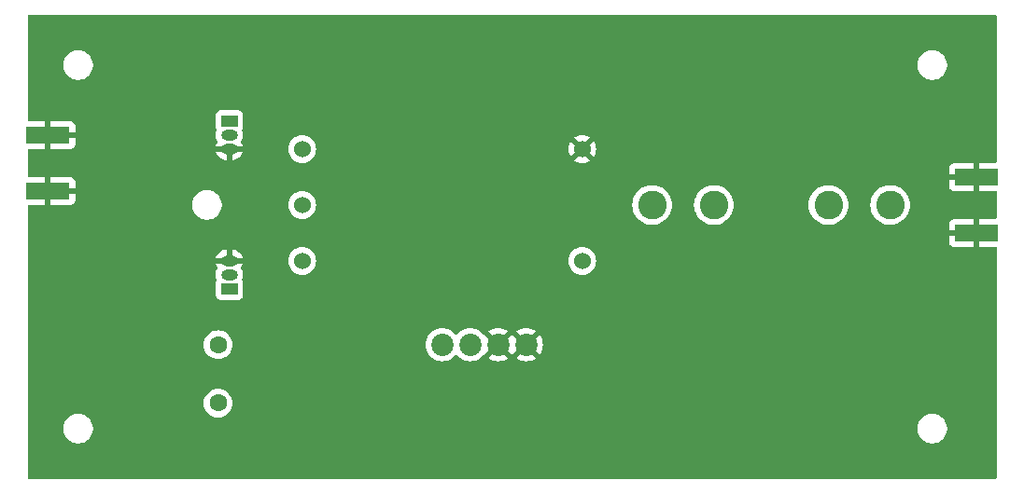
<source format=gbr>
G04 #@! TF.GenerationSoftware,KiCad,Pcbnew,8.0.4*
G04 #@! TF.CreationDate,2024-08-21T10:00:44-07:00*
G04 #@! TF.ProjectId,PA,50412e6b-6963-4616-945f-706362585858,rev?*
G04 #@! TF.SameCoordinates,Original*
G04 #@! TF.FileFunction,Copper,L2,Bot*
G04 #@! TF.FilePolarity,Positive*
%FSLAX46Y46*%
G04 Gerber Fmt 4.6, Leading zero omitted, Abs format (unit mm)*
G04 Created by KiCad (PCBNEW 8.0.4) date 2024-08-21 10:00:44*
%MOMM*%
%LPD*%
G01*
G04 APERTURE LIST*
G04 #@! TA.AperFunction,SMDPad,CuDef*
%ADD10R,4.000000X1.500000*%
G04 #@! TD*
G04 #@! TA.AperFunction,ComponentPad*
%ADD11R,1.500000X1.000000*%
G04 #@! TD*
G04 #@! TA.AperFunction,ComponentPad*
%ADD12O,1.500000X1.000000*%
G04 #@! TD*
G04 #@! TA.AperFunction,ComponentPad*
%ADD13C,1.524000*%
G04 #@! TD*
G04 #@! TA.AperFunction,ComponentPad*
%ADD14C,2.020000*%
G04 #@! TD*
G04 #@! TA.AperFunction,ComponentPad*
%ADD15C,2.600000*%
G04 #@! TD*
G04 #@! TA.AperFunction,ComponentPad*
%ADD16C,1.600000*%
G04 #@! TD*
G04 #@! TA.AperFunction,ViaPad*
%ADD17C,0.600000*%
G04 #@! TD*
G04 APERTURE END LIST*
D10*
X249137150Y-91440000D03*
X249137150Y-96520000D03*
D11*
X181356000Y-86360000D03*
D12*
X181356000Y-87630000D03*
X181356000Y-88900000D03*
D11*
X181356000Y-101600000D03*
D12*
X181356000Y-100330000D03*
X181356000Y-99060000D03*
D13*
X187960000Y-88900000D03*
X187960000Y-93980000D03*
X187960000Y-99060000D03*
X213360000Y-88900000D03*
X213360000Y-99060000D03*
D14*
X200660000Y-106680000D03*
X203200000Y-106680000D03*
X205740000Y-106680000D03*
X208280000Y-106680000D03*
D15*
X219710000Y-93980000D03*
X225310000Y-93980000D03*
X235700000Y-93980000D03*
X241300000Y-93980000D03*
D16*
X180340000Y-111980000D03*
X180340000Y-106680000D03*
D10*
X164882850Y-92710000D03*
X164882850Y-87630000D03*
D17*
X187960000Y-104140000D03*
X182880000Y-104140000D03*
X177800000Y-104140000D03*
X208280000Y-91440000D03*
X182880000Y-114808000D03*
X208280000Y-81280000D03*
X218440000Y-109220000D03*
X203200000Y-101600000D03*
X198120000Y-106680000D03*
X228600000Y-99060000D03*
X243840000Y-88900000D03*
X208280000Y-114808000D03*
X213360000Y-81280000D03*
X233680000Y-114808000D03*
X233680000Y-109220000D03*
X172720000Y-81280000D03*
X248920000Y-109220000D03*
X233680000Y-81280000D03*
X233680000Y-85852000D03*
X198120000Y-85852000D03*
X218440000Y-114808000D03*
X178308000Y-97028000D03*
X198120000Y-101600000D03*
X213360000Y-109220000D03*
X178308000Y-90424000D03*
X231140000Y-90424000D03*
X198120000Y-81280000D03*
X226060000Y-109220000D03*
X226060000Y-104140000D03*
X193040000Y-101600000D03*
X208280000Y-101600000D03*
X208280000Y-85852000D03*
X203200000Y-85852000D03*
X213360000Y-93980000D03*
X198120000Y-96520000D03*
X193040000Y-114808000D03*
X198120000Y-114808000D03*
X238760000Y-114808000D03*
X218440000Y-104140000D03*
X177800000Y-81280000D03*
X213360000Y-104140000D03*
X248920000Y-88900000D03*
X228600000Y-114808000D03*
X208280000Y-96520000D03*
X182880000Y-81280000D03*
X238760000Y-85852000D03*
X193040000Y-96520000D03*
X203200000Y-114808000D03*
X213360000Y-114808000D03*
X218440000Y-85852000D03*
X203200000Y-81280000D03*
X198120000Y-91440000D03*
X233680000Y-99060000D03*
X172720000Y-114808000D03*
X248920000Y-104140000D03*
X167640000Y-99060000D03*
X228600000Y-85852000D03*
X193040000Y-91440000D03*
X248920000Y-99060000D03*
X223520000Y-114808000D03*
X193040000Y-85852000D03*
X242824000Y-109220000D03*
X228600000Y-81280000D03*
X203200000Y-91440000D03*
X187960000Y-81280000D03*
X183896000Y-93980000D03*
X177800000Y-114808000D03*
X223520000Y-81280000D03*
X203200000Y-96520000D03*
X187960000Y-114808000D03*
X170688000Y-91440000D03*
X238760000Y-81280000D03*
X218440000Y-81280000D03*
X223520000Y-85852000D03*
X172720000Y-85852000D03*
X193040000Y-81280000D03*
X243840000Y-99060000D03*
G04 #@! TA.AperFunction,Conductor*
G36*
X250895039Y-76727685D02*
G01*
X250940794Y-76780489D01*
X250952000Y-76832000D01*
X250952000Y-90066000D01*
X250932315Y-90133039D01*
X250879511Y-90178794D01*
X250828000Y-90190000D01*
X249387150Y-90190000D01*
X249387150Y-92690000D01*
X250828000Y-92690000D01*
X250895039Y-92709685D01*
X250940794Y-92762489D01*
X250952000Y-92814000D01*
X250952000Y-95146000D01*
X250932315Y-95213039D01*
X250879511Y-95258794D01*
X250828000Y-95270000D01*
X249387150Y-95270000D01*
X249387150Y-97770000D01*
X250828000Y-97770000D01*
X250895039Y-97789685D01*
X250940794Y-97842489D01*
X250952000Y-97894000D01*
X250952000Y-118748000D01*
X250932315Y-118815039D01*
X250879511Y-118860794D01*
X250828000Y-118872000D01*
X163192000Y-118872000D01*
X163124961Y-118852315D01*
X163079206Y-118799511D01*
X163068000Y-118748000D01*
X163068000Y-114193713D01*
X166289500Y-114193713D01*
X166289500Y-114406286D01*
X166322753Y-114616239D01*
X166388444Y-114818414D01*
X166484951Y-115007820D01*
X166609890Y-115179786D01*
X166760213Y-115330109D01*
X166932179Y-115455048D01*
X166932181Y-115455049D01*
X166932184Y-115455051D01*
X167121588Y-115551557D01*
X167323757Y-115617246D01*
X167533713Y-115650500D01*
X167533714Y-115650500D01*
X167746286Y-115650500D01*
X167746287Y-115650500D01*
X167956243Y-115617246D01*
X168158412Y-115551557D01*
X168347816Y-115455051D01*
X168369789Y-115439086D01*
X168519786Y-115330109D01*
X168519788Y-115330106D01*
X168519792Y-115330104D01*
X168670104Y-115179792D01*
X168670106Y-115179788D01*
X168670109Y-115179786D01*
X168795048Y-115007820D01*
X168795047Y-115007820D01*
X168795051Y-115007816D01*
X168891557Y-114818412D01*
X168957246Y-114616243D01*
X168990500Y-114406287D01*
X168990500Y-114193713D01*
X243759500Y-114193713D01*
X243759500Y-114406286D01*
X243792753Y-114616239D01*
X243858444Y-114818414D01*
X243954951Y-115007820D01*
X244079890Y-115179786D01*
X244230213Y-115330109D01*
X244402179Y-115455048D01*
X244402181Y-115455049D01*
X244402184Y-115455051D01*
X244591588Y-115551557D01*
X244793757Y-115617246D01*
X245003713Y-115650500D01*
X245003714Y-115650500D01*
X245216286Y-115650500D01*
X245216287Y-115650500D01*
X245426243Y-115617246D01*
X245628412Y-115551557D01*
X245817816Y-115455051D01*
X245839789Y-115439086D01*
X245989786Y-115330109D01*
X245989788Y-115330106D01*
X245989792Y-115330104D01*
X246140104Y-115179792D01*
X246140106Y-115179788D01*
X246140109Y-115179786D01*
X246265048Y-115007820D01*
X246265047Y-115007820D01*
X246265051Y-115007816D01*
X246361557Y-114818412D01*
X246427246Y-114616243D01*
X246460500Y-114406287D01*
X246460500Y-114193713D01*
X246427246Y-113983757D01*
X246361557Y-113781588D01*
X246265051Y-113592184D01*
X246265049Y-113592181D01*
X246265048Y-113592179D01*
X246140109Y-113420213D01*
X245989786Y-113269890D01*
X245817820Y-113144951D01*
X245628414Y-113048444D01*
X245628413Y-113048443D01*
X245628412Y-113048443D01*
X245426243Y-112982754D01*
X245426241Y-112982753D01*
X245426240Y-112982753D01*
X245264957Y-112957208D01*
X245216287Y-112949500D01*
X245003713Y-112949500D01*
X244955042Y-112957208D01*
X244793760Y-112982753D01*
X244591585Y-113048444D01*
X244402179Y-113144951D01*
X244230213Y-113269890D01*
X244079890Y-113420213D01*
X243954951Y-113592179D01*
X243858444Y-113781585D01*
X243792753Y-113983760D01*
X243759500Y-114193713D01*
X168990500Y-114193713D01*
X168957246Y-113983757D01*
X168891557Y-113781588D01*
X168795051Y-113592184D01*
X168795049Y-113592181D01*
X168795048Y-113592179D01*
X168670109Y-113420213D01*
X168519786Y-113269890D01*
X168347820Y-113144951D01*
X168158414Y-113048444D01*
X168158413Y-113048443D01*
X168158412Y-113048443D01*
X167956243Y-112982754D01*
X167956241Y-112982753D01*
X167956240Y-112982753D01*
X167794957Y-112957208D01*
X167746287Y-112949500D01*
X167533713Y-112949500D01*
X167485042Y-112957208D01*
X167323760Y-112982753D01*
X167121585Y-113048444D01*
X166932179Y-113144951D01*
X166760213Y-113269890D01*
X166609890Y-113420213D01*
X166484951Y-113592179D01*
X166388444Y-113781585D01*
X166322753Y-113983760D01*
X166289500Y-114193713D01*
X163068000Y-114193713D01*
X163068000Y-111979998D01*
X179034532Y-111979998D01*
X179034532Y-111980001D01*
X179054364Y-112206686D01*
X179054366Y-112206697D01*
X179113258Y-112426488D01*
X179113261Y-112426497D01*
X179209431Y-112632732D01*
X179209432Y-112632734D01*
X179339954Y-112819141D01*
X179500858Y-112980045D01*
X179504727Y-112982754D01*
X179687266Y-113110568D01*
X179893504Y-113206739D01*
X180113308Y-113265635D01*
X180275230Y-113279801D01*
X180339998Y-113285468D01*
X180340000Y-113285468D01*
X180340002Y-113285468D01*
X180396673Y-113280509D01*
X180566692Y-113265635D01*
X180786496Y-113206739D01*
X180992734Y-113110568D01*
X181179139Y-112980047D01*
X181340047Y-112819139D01*
X181470568Y-112632734D01*
X181566739Y-112426496D01*
X181625635Y-112206692D01*
X181645468Y-111980000D01*
X181625635Y-111753308D01*
X181566739Y-111533504D01*
X181470568Y-111327266D01*
X181340047Y-111140861D01*
X181340045Y-111140858D01*
X181179141Y-110979954D01*
X180992734Y-110849432D01*
X180992732Y-110849431D01*
X180786497Y-110753261D01*
X180786488Y-110753258D01*
X180566697Y-110694366D01*
X180566693Y-110694365D01*
X180566692Y-110694365D01*
X180566691Y-110694364D01*
X180566686Y-110694364D01*
X180340002Y-110674532D01*
X180339998Y-110674532D01*
X180113313Y-110694364D01*
X180113302Y-110694366D01*
X179893511Y-110753258D01*
X179893502Y-110753261D01*
X179687267Y-110849431D01*
X179687265Y-110849432D01*
X179500858Y-110979954D01*
X179339954Y-111140858D01*
X179209432Y-111327265D01*
X179209431Y-111327267D01*
X179113261Y-111533502D01*
X179113258Y-111533511D01*
X179054366Y-111753302D01*
X179054364Y-111753313D01*
X179034532Y-111979998D01*
X163068000Y-111979998D01*
X163068000Y-106679998D01*
X179034532Y-106679998D01*
X179034532Y-106680001D01*
X179054364Y-106906686D01*
X179054366Y-106906697D01*
X179113258Y-107126488D01*
X179113261Y-107126497D01*
X179209431Y-107332732D01*
X179209432Y-107332734D01*
X179339954Y-107519141D01*
X179500858Y-107680045D01*
X179500861Y-107680047D01*
X179687266Y-107810568D01*
X179893504Y-107906739D01*
X179893509Y-107906740D01*
X179893511Y-107906741D01*
X179946415Y-107920916D01*
X180113308Y-107965635D01*
X180275230Y-107979801D01*
X180339998Y-107985468D01*
X180340000Y-107985468D01*
X180340002Y-107985468D01*
X180396673Y-107980509D01*
X180566692Y-107965635D01*
X180786496Y-107906739D01*
X180992734Y-107810568D01*
X181179139Y-107680047D01*
X181340047Y-107519139D01*
X181470568Y-107332734D01*
X181566739Y-107126496D01*
X181625635Y-106906692D01*
X181645468Y-106680000D01*
X199144829Y-106680000D01*
X199163482Y-106917020D01*
X199163482Y-106917023D01*
X199163483Y-106917025D01*
X199218987Y-107148214D01*
X199218988Y-107148216D01*
X199309972Y-107367873D01*
X199434199Y-107570592D01*
X199434202Y-107570597D01*
X199483147Y-107627904D01*
X199588612Y-107751388D01*
X199704337Y-107850226D01*
X199769402Y-107905797D01*
X199769404Y-107905798D01*
X199769405Y-107905799D01*
X199780187Y-107912406D01*
X199972126Y-108030027D01*
X200049786Y-108062194D01*
X200191786Y-108121013D01*
X200422975Y-108176517D01*
X200660000Y-108195171D01*
X200897025Y-108176517D01*
X201128214Y-108121013D01*
X201347873Y-108030027D01*
X201550595Y-107905799D01*
X201731388Y-107751388D01*
X201835710Y-107629242D01*
X201894217Y-107591049D01*
X201964084Y-107590550D01*
X202023131Y-107627904D01*
X202024290Y-107629242D01*
X202128612Y-107751388D01*
X202244337Y-107850226D01*
X202309402Y-107905797D01*
X202309404Y-107905798D01*
X202309405Y-107905799D01*
X202320187Y-107912406D01*
X202512126Y-108030027D01*
X202589786Y-108062194D01*
X202731786Y-108121013D01*
X202962975Y-108176517D01*
X203200000Y-108195171D01*
X203437025Y-108176517D01*
X203668214Y-108121013D01*
X203887873Y-108030027D01*
X204090595Y-107905799D01*
X204271388Y-107751388D01*
X204399372Y-107601536D01*
X204457877Y-107563345D01*
X204507447Y-107558998D01*
X205248871Y-106817574D01*
X205264755Y-106876853D01*
X205331898Y-106993147D01*
X205426853Y-107088102D01*
X205543147Y-107155245D01*
X205602424Y-107171128D01*
X204861145Y-107912406D01*
X205052355Y-108029580D01*
X205052358Y-108029582D01*
X205271944Y-108120537D01*
X205503057Y-108176021D01*
X205503056Y-108176021D01*
X205740000Y-108194668D01*
X205976943Y-108176021D01*
X206208055Y-108120537D01*
X206427641Y-108029582D01*
X206427644Y-108029580D01*
X206618853Y-107912406D01*
X205877575Y-107171127D01*
X205936853Y-107155245D01*
X206053147Y-107088102D01*
X206148102Y-106993147D01*
X206215245Y-106876853D01*
X206231128Y-106817575D01*
X206972406Y-107558853D01*
X206995424Y-107556129D01*
X207024574Y-107556129D01*
X207047591Y-107558853D01*
X207788871Y-106817574D01*
X207804755Y-106876853D01*
X207871898Y-106993147D01*
X207966853Y-107088102D01*
X208083147Y-107155245D01*
X208142424Y-107171128D01*
X207401145Y-107912406D01*
X207592355Y-108029580D01*
X207592358Y-108029582D01*
X207811944Y-108120537D01*
X208043057Y-108176021D01*
X208043056Y-108176021D01*
X208280000Y-108194668D01*
X208516943Y-108176021D01*
X208748055Y-108120537D01*
X208967641Y-108029582D01*
X208967644Y-108029580D01*
X209158853Y-107912406D01*
X208417575Y-107171127D01*
X208476853Y-107155245D01*
X208593147Y-107088102D01*
X208688102Y-106993147D01*
X208755245Y-106876853D01*
X208771128Y-106817575D01*
X209512406Y-107558853D01*
X209629580Y-107367644D01*
X209629582Y-107367641D01*
X209720537Y-107148055D01*
X209776021Y-106916943D01*
X209794668Y-106680000D01*
X209776021Y-106443056D01*
X209720537Y-106211944D01*
X209629582Y-105992358D01*
X209629580Y-105992355D01*
X209512406Y-105801145D01*
X208771127Y-106542423D01*
X208755245Y-106483147D01*
X208688102Y-106366853D01*
X208593147Y-106271898D01*
X208476853Y-106204755D01*
X208417574Y-106188871D01*
X209158853Y-105447592D01*
X208967644Y-105330419D01*
X208967641Y-105330417D01*
X208748055Y-105239462D01*
X208516942Y-105183978D01*
X208516943Y-105183978D01*
X208280000Y-105165331D01*
X208043056Y-105183978D01*
X207811944Y-105239462D01*
X207592366Y-105330414D01*
X207592357Y-105330419D01*
X207401145Y-105447592D01*
X208142425Y-106188871D01*
X208083147Y-106204755D01*
X207966853Y-106271898D01*
X207871898Y-106366853D01*
X207804755Y-106483147D01*
X207788871Y-106542424D01*
X207047592Y-105801145D01*
X207024573Y-105803870D01*
X206995425Y-105803870D01*
X206972406Y-105801145D01*
X206231127Y-106542423D01*
X206215245Y-106483147D01*
X206148102Y-106366853D01*
X206053147Y-106271898D01*
X205936853Y-106204755D01*
X205877574Y-106188871D01*
X206618853Y-105447592D01*
X206427644Y-105330419D01*
X206427641Y-105330417D01*
X206208055Y-105239462D01*
X205976942Y-105183978D01*
X205976943Y-105183978D01*
X205740000Y-105165331D01*
X205503056Y-105183978D01*
X205271944Y-105239462D01*
X205052366Y-105330414D01*
X205052357Y-105330419D01*
X204861145Y-105447592D01*
X205602425Y-106188871D01*
X205543147Y-106204755D01*
X205426853Y-106271898D01*
X205331898Y-106366853D01*
X205264755Y-106483147D01*
X205248871Y-106542424D01*
X204507370Y-105800923D01*
X204439347Y-105789401D01*
X204399371Y-105758461D01*
X204354807Y-105706284D01*
X204271388Y-105608612D01*
X204172548Y-105524195D01*
X204090597Y-105454202D01*
X204090592Y-105454199D01*
X203887873Y-105329972D01*
X203700383Y-105252312D01*
X203668214Y-105238987D01*
X203437025Y-105183483D01*
X203437023Y-105183482D01*
X203437020Y-105183482D01*
X203200000Y-105164829D01*
X202962979Y-105183482D01*
X202962975Y-105183483D01*
X202731786Y-105238987D01*
X202731784Y-105238987D01*
X202731783Y-105238988D01*
X202512126Y-105329972D01*
X202309407Y-105454199D01*
X202309402Y-105454202D01*
X202128612Y-105608612D01*
X202024290Y-105730757D01*
X201965783Y-105768950D01*
X201895915Y-105769448D01*
X201836869Y-105732094D01*
X201835710Y-105730757D01*
X201787429Y-105674228D01*
X201731388Y-105608612D01*
X201632548Y-105524195D01*
X201550597Y-105454202D01*
X201550592Y-105454199D01*
X201347873Y-105329972D01*
X201160383Y-105252312D01*
X201128214Y-105238987D01*
X200897025Y-105183483D01*
X200897023Y-105183482D01*
X200897020Y-105183482D01*
X200660000Y-105164829D01*
X200422979Y-105183482D01*
X200422975Y-105183483D01*
X200191786Y-105238987D01*
X200191784Y-105238987D01*
X200191783Y-105238988D01*
X199972126Y-105329972D01*
X199769407Y-105454199D01*
X199769402Y-105454202D01*
X199588612Y-105608612D01*
X199434204Y-105789401D01*
X199434199Y-105789407D01*
X199309972Y-105992126D01*
X199236295Y-106170000D01*
X199218987Y-106211786D01*
X199213773Y-106233504D01*
X199163482Y-106442979D01*
X199144829Y-106680000D01*
X181645468Y-106680000D01*
X181625635Y-106453308D01*
X181566739Y-106233504D01*
X181470568Y-106027266D01*
X181340047Y-105840861D01*
X181340045Y-105840858D01*
X181179141Y-105679954D01*
X180992734Y-105549432D01*
X180992732Y-105549431D01*
X180786497Y-105453261D01*
X180786488Y-105453258D01*
X180566697Y-105394366D01*
X180566693Y-105394365D01*
X180566692Y-105394365D01*
X180566691Y-105394364D01*
X180566686Y-105394364D01*
X180340002Y-105374532D01*
X180339998Y-105374532D01*
X180113313Y-105394364D01*
X180113302Y-105394366D01*
X179893511Y-105453258D01*
X179893502Y-105453261D01*
X179687267Y-105549431D01*
X179687265Y-105549432D01*
X179500858Y-105679954D01*
X179339954Y-105840858D01*
X179209432Y-106027265D01*
X179209431Y-106027267D01*
X179113261Y-106233502D01*
X179113258Y-106233511D01*
X179054366Y-106453302D01*
X179054364Y-106453313D01*
X179034532Y-106679998D01*
X163068000Y-106679998D01*
X163068000Y-100428543D01*
X180105499Y-100428543D01*
X180143947Y-100621828D01*
X180143949Y-100621836D01*
X180186318Y-100724124D01*
X180193787Y-100793593D01*
X180171026Y-100845884D01*
X180162203Y-100857670D01*
X180162202Y-100857671D01*
X180111908Y-100992517D01*
X180105501Y-101052116D01*
X180105501Y-101052123D01*
X180105500Y-101052135D01*
X180105500Y-102147870D01*
X180105501Y-102147876D01*
X180111908Y-102207483D01*
X180162202Y-102342328D01*
X180162206Y-102342335D01*
X180248452Y-102457544D01*
X180248455Y-102457547D01*
X180363664Y-102543793D01*
X180363671Y-102543797D01*
X180498517Y-102594091D01*
X180498516Y-102594091D01*
X180505444Y-102594835D01*
X180558127Y-102600500D01*
X182153872Y-102600499D01*
X182213483Y-102594091D01*
X182348331Y-102543796D01*
X182463546Y-102457546D01*
X182549796Y-102342331D01*
X182600091Y-102207483D01*
X182606500Y-102147873D01*
X182606499Y-101052128D01*
X182600091Y-100992517D01*
X182549796Y-100857669D01*
X182540975Y-100845886D01*
X182516558Y-100780423D01*
X182525679Y-100724128D01*
X182568051Y-100621835D01*
X182606500Y-100428541D01*
X182606500Y-100231459D01*
X182606500Y-100231456D01*
X182568052Y-100038170D01*
X182568051Y-100038169D01*
X182568051Y-100038165D01*
X182565010Y-100030824D01*
X182492635Y-99856092D01*
X182492628Y-99856079D01*
X182430728Y-99763440D01*
X182409850Y-99696763D01*
X182428334Y-99629383D01*
X182430729Y-99625657D01*
X182492189Y-99533676D01*
X182492191Y-99533673D01*
X182567569Y-99351692D01*
X182567569Y-99351690D01*
X182575862Y-99310000D01*
X181471057Y-99310000D01*
X181511775Y-99293134D01*
X181589134Y-99215775D01*
X181631000Y-99114701D01*
X181631000Y-99059997D01*
X186692677Y-99059997D01*
X186692677Y-99060002D01*
X186711929Y-99280062D01*
X186711930Y-99280070D01*
X186769104Y-99493445D01*
X186769105Y-99493447D01*
X186769106Y-99493450D01*
X186861793Y-99692218D01*
X186862466Y-99693662D01*
X186862468Y-99693666D01*
X186989170Y-99874615D01*
X186989175Y-99874621D01*
X187145378Y-100030824D01*
X187145384Y-100030829D01*
X187326333Y-100157531D01*
X187326335Y-100157532D01*
X187326338Y-100157534D01*
X187526550Y-100250894D01*
X187739932Y-100308070D01*
X187897123Y-100321822D01*
X187959998Y-100327323D01*
X187960000Y-100327323D01*
X187960002Y-100327323D01*
X188015017Y-100322509D01*
X188180068Y-100308070D01*
X188393450Y-100250894D01*
X188593662Y-100157534D01*
X188774620Y-100030826D01*
X188930826Y-99874620D01*
X189057534Y-99693662D01*
X189150894Y-99493450D01*
X189208070Y-99280068D01*
X189227323Y-99060000D01*
X189227323Y-99059997D01*
X212092677Y-99059997D01*
X212092677Y-99060002D01*
X212111929Y-99280062D01*
X212111930Y-99280070D01*
X212169104Y-99493445D01*
X212169105Y-99493447D01*
X212169106Y-99493450D01*
X212261793Y-99692218D01*
X212262466Y-99693662D01*
X212262468Y-99693666D01*
X212389170Y-99874615D01*
X212389175Y-99874621D01*
X212545378Y-100030824D01*
X212545384Y-100030829D01*
X212726333Y-100157531D01*
X212726335Y-100157532D01*
X212726338Y-100157534D01*
X212926550Y-100250894D01*
X213139932Y-100308070D01*
X213297123Y-100321822D01*
X213359998Y-100327323D01*
X213360000Y-100327323D01*
X213360002Y-100327323D01*
X213415017Y-100322509D01*
X213580068Y-100308070D01*
X213793450Y-100250894D01*
X213993662Y-100157534D01*
X214174620Y-100030826D01*
X214330826Y-99874620D01*
X214457534Y-99693662D01*
X214550894Y-99493450D01*
X214608070Y-99280068D01*
X214627323Y-99060000D01*
X214608070Y-98839932D01*
X214550894Y-98626550D01*
X214457534Y-98426339D01*
X214394180Y-98335859D01*
X214330827Y-98245381D01*
X214259253Y-98173807D01*
X214174620Y-98089174D01*
X214174616Y-98089171D01*
X214174615Y-98089170D01*
X213993666Y-97962468D01*
X213993662Y-97962466D01*
X213993660Y-97962465D01*
X213793450Y-97869106D01*
X213793447Y-97869105D01*
X213793445Y-97869104D01*
X213580070Y-97811930D01*
X213580062Y-97811929D01*
X213360002Y-97792677D01*
X213359998Y-97792677D01*
X213139937Y-97811929D01*
X213139929Y-97811930D01*
X212926554Y-97869104D01*
X212926548Y-97869107D01*
X212726340Y-97962465D01*
X212726338Y-97962466D01*
X212545377Y-98089175D01*
X212389175Y-98245377D01*
X212262466Y-98426338D01*
X212262465Y-98426340D01*
X212169107Y-98626548D01*
X212169104Y-98626554D01*
X212111930Y-98839929D01*
X212111929Y-98839937D01*
X212092677Y-99059997D01*
X189227323Y-99059997D01*
X189208070Y-98839932D01*
X189150894Y-98626550D01*
X189057534Y-98426339D01*
X188994180Y-98335859D01*
X188930827Y-98245381D01*
X188859253Y-98173807D01*
X188774620Y-98089174D01*
X188774616Y-98089171D01*
X188774615Y-98089170D01*
X188593666Y-97962468D01*
X188593662Y-97962466D01*
X188593660Y-97962465D01*
X188393450Y-97869106D01*
X188393447Y-97869105D01*
X188393445Y-97869104D01*
X188180070Y-97811930D01*
X188180062Y-97811929D01*
X187960002Y-97792677D01*
X187959998Y-97792677D01*
X187739937Y-97811929D01*
X187739929Y-97811930D01*
X187526554Y-97869104D01*
X187526548Y-97869107D01*
X187326340Y-97962465D01*
X187326338Y-97962466D01*
X187145377Y-98089175D01*
X186989175Y-98245377D01*
X186862466Y-98426338D01*
X186862465Y-98426340D01*
X186769107Y-98626548D01*
X186769104Y-98626554D01*
X186711930Y-98839929D01*
X186711929Y-98839937D01*
X186692677Y-99059997D01*
X181631000Y-99059997D01*
X181631000Y-99005299D01*
X181589134Y-98904225D01*
X181511775Y-98826866D01*
X181471057Y-98810000D01*
X181606000Y-98810000D01*
X182575862Y-98810000D01*
X182567569Y-98768309D01*
X182567569Y-98768307D01*
X182492192Y-98586328D01*
X182492185Y-98586315D01*
X182382751Y-98422537D01*
X182382748Y-98422533D01*
X182243466Y-98283251D01*
X182243462Y-98283248D01*
X182079684Y-98173814D01*
X182079671Y-98173807D01*
X181897693Y-98098430D01*
X181897681Y-98098427D01*
X181704495Y-98060000D01*
X181606000Y-98060000D01*
X181606000Y-98810000D01*
X181471057Y-98810000D01*
X181410701Y-98785000D01*
X181301299Y-98785000D01*
X181200225Y-98826866D01*
X181122866Y-98904225D01*
X181081000Y-99005299D01*
X181081000Y-99114701D01*
X181122866Y-99215775D01*
X181200225Y-99293134D01*
X181240943Y-99310000D01*
X180136138Y-99310000D01*
X180144430Y-99351690D01*
X180144430Y-99351692D01*
X180219807Y-99533671D01*
X180219814Y-99533684D01*
X180281270Y-99625659D01*
X180302148Y-99692337D01*
X180283663Y-99759717D01*
X180281271Y-99763440D01*
X180219370Y-99856082D01*
X180219364Y-99856093D01*
X180143950Y-100038160D01*
X180143947Y-100038170D01*
X180105500Y-100231456D01*
X180105500Y-100231459D01*
X180105500Y-100428541D01*
X180105500Y-100428543D01*
X180105499Y-100428543D01*
X163068000Y-100428543D01*
X163068000Y-98810000D01*
X180136138Y-98810000D01*
X181106000Y-98810000D01*
X181106000Y-98060000D01*
X181007504Y-98060000D01*
X180814318Y-98098427D01*
X180814306Y-98098430D01*
X180632328Y-98173807D01*
X180632315Y-98173814D01*
X180468537Y-98283248D01*
X180468533Y-98283251D01*
X180329251Y-98422533D01*
X180329248Y-98422537D01*
X180219814Y-98586315D01*
X180219807Y-98586328D01*
X180144430Y-98768307D01*
X180144430Y-98768309D01*
X180136138Y-98810000D01*
X163068000Y-98810000D01*
X163068000Y-97317844D01*
X246637150Y-97317844D01*
X246643551Y-97377372D01*
X246643553Y-97377379D01*
X246693795Y-97512086D01*
X246693799Y-97512093D01*
X246779959Y-97627187D01*
X246779962Y-97627190D01*
X246895056Y-97713350D01*
X246895063Y-97713354D01*
X247029770Y-97763596D01*
X247029777Y-97763598D01*
X247089305Y-97769999D01*
X247089322Y-97770000D01*
X248887150Y-97770000D01*
X248887150Y-96770000D01*
X246637150Y-96770000D01*
X246637150Y-97317844D01*
X163068000Y-97317844D01*
X163068000Y-94084000D01*
X163087685Y-94016961D01*
X163140489Y-93971206D01*
X163192000Y-93960000D01*
X164632850Y-93960000D01*
X165132850Y-93960000D01*
X166930678Y-93960000D01*
X166930694Y-93959999D01*
X166990222Y-93953598D01*
X166990229Y-93953596D01*
X167124936Y-93903354D01*
X167124943Y-93903350D01*
X167164533Y-93873713D01*
X177973500Y-93873713D01*
X177973500Y-94086286D01*
X177999287Y-94249103D01*
X178006754Y-94296243D01*
X178044837Y-94413451D01*
X178072444Y-94498414D01*
X178168951Y-94687820D01*
X178293890Y-94859786D01*
X178444213Y-95010109D01*
X178616179Y-95135048D01*
X178616181Y-95135049D01*
X178616184Y-95135051D01*
X178805588Y-95231557D01*
X179007757Y-95297246D01*
X179217713Y-95330500D01*
X179217714Y-95330500D01*
X179430286Y-95330500D01*
X179430287Y-95330500D01*
X179640243Y-95297246D01*
X179842412Y-95231557D01*
X180031816Y-95135051D01*
X180110982Y-95077534D01*
X180203786Y-95010109D01*
X180203788Y-95010106D01*
X180203792Y-95010104D01*
X180354104Y-94859792D01*
X180354106Y-94859788D01*
X180354109Y-94859786D01*
X180479048Y-94687820D01*
X180479047Y-94687820D01*
X180479051Y-94687816D01*
X180575557Y-94498412D01*
X180641246Y-94296243D01*
X180674500Y-94086287D01*
X180674500Y-93979997D01*
X186692677Y-93979997D01*
X186692677Y-93980002D01*
X186711929Y-94200062D01*
X186711930Y-94200070D01*
X186769104Y-94413445D01*
X186769105Y-94413447D01*
X186769106Y-94413450D01*
X186862466Y-94613662D01*
X186862468Y-94613666D01*
X186989170Y-94794615D01*
X186989175Y-94794621D01*
X187145378Y-94950824D01*
X187145384Y-94950829D01*
X187326333Y-95077531D01*
X187326335Y-95077532D01*
X187326338Y-95077534D01*
X187526550Y-95170894D01*
X187739932Y-95228070D01*
X187897123Y-95241822D01*
X187959998Y-95247323D01*
X187960000Y-95247323D01*
X187960002Y-95247323D01*
X188015017Y-95242509D01*
X188180068Y-95228070D01*
X188393450Y-95170894D01*
X188593662Y-95077534D01*
X188774620Y-94950826D01*
X188930826Y-94794620D01*
X189057534Y-94613662D01*
X189150894Y-94413450D01*
X189208070Y-94200068D01*
X189227323Y-93980000D01*
X189227323Y-93979995D01*
X217904451Y-93979995D01*
X217904451Y-93980004D01*
X217924616Y-94249101D01*
X217984664Y-94512188D01*
X217984666Y-94512195D01*
X218083257Y-94763398D01*
X218218185Y-94997102D01*
X218282327Y-95077533D01*
X218386442Y-95208089D01*
X218518371Y-95330500D01*
X218584259Y-95391635D01*
X218807226Y-95543651D01*
X219050359Y-95660738D01*
X219308228Y-95740280D01*
X219308229Y-95740280D01*
X219308232Y-95740281D01*
X219575063Y-95780499D01*
X219575068Y-95780499D01*
X219575071Y-95780500D01*
X219575072Y-95780500D01*
X219844928Y-95780500D01*
X219844929Y-95780500D01*
X219844936Y-95780499D01*
X220111767Y-95740281D01*
X220111768Y-95740280D01*
X220111772Y-95740280D01*
X220369641Y-95660738D01*
X220612775Y-95543651D01*
X220835741Y-95391635D01*
X221012022Y-95228070D01*
X221033557Y-95208089D01*
X221033557Y-95208087D01*
X221033561Y-95208085D01*
X221201815Y-94997102D01*
X221336743Y-94763398D01*
X221435334Y-94512195D01*
X221495383Y-94249103D01*
X221507584Y-94086286D01*
X221515549Y-93980004D01*
X221515549Y-93979995D01*
X223504451Y-93979995D01*
X223504451Y-93980004D01*
X223524616Y-94249101D01*
X223584664Y-94512188D01*
X223584666Y-94512195D01*
X223683257Y-94763398D01*
X223818185Y-94997102D01*
X223882327Y-95077533D01*
X223986442Y-95208089D01*
X224118371Y-95330500D01*
X224184259Y-95391635D01*
X224407226Y-95543651D01*
X224650359Y-95660738D01*
X224908228Y-95740280D01*
X224908229Y-95740280D01*
X224908232Y-95740281D01*
X225175063Y-95780499D01*
X225175068Y-95780499D01*
X225175071Y-95780500D01*
X225175072Y-95780500D01*
X225444928Y-95780500D01*
X225444929Y-95780500D01*
X225444936Y-95780499D01*
X225711767Y-95740281D01*
X225711768Y-95740280D01*
X225711772Y-95740280D01*
X225969641Y-95660738D01*
X226212775Y-95543651D01*
X226435741Y-95391635D01*
X226612022Y-95228070D01*
X226633557Y-95208089D01*
X226633557Y-95208087D01*
X226633561Y-95208085D01*
X226801815Y-94997102D01*
X226936743Y-94763398D01*
X227035334Y-94512195D01*
X227095383Y-94249103D01*
X227107584Y-94086286D01*
X227115549Y-93980004D01*
X227115549Y-93979995D01*
X233894451Y-93979995D01*
X233894451Y-93980004D01*
X233914616Y-94249101D01*
X233974664Y-94512188D01*
X233974666Y-94512195D01*
X234073257Y-94763398D01*
X234208185Y-94997102D01*
X234272327Y-95077533D01*
X234376442Y-95208089D01*
X234508371Y-95330500D01*
X234574259Y-95391635D01*
X234797226Y-95543651D01*
X235040359Y-95660738D01*
X235298228Y-95740280D01*
X235298229Y-95740280D01*
X235298232Y-95740281D01*
X235565063Y-95780499D01*
X235565068Y-95780499D01*
X235565071Y-95780500D01*
X235565072Y-95780500D01*
X235834928Y-95780500D01*
X235834929Y-95780500D01*
X235834936Y-95780499D01*
X236101767Y-95740281D01*
X236101768Y-95740280D01*
X236101772Y-95740280D01*
X236359641Y-95660738D01*
X236602775Y-95543651D01*
X236825741Y-95391635D01*
X237002022Y-95228070D01*
X237023557Y-95208089D01*
X237023557Y-95208087D01*
X237023561Y-95208085D01*
X237191815Y-94997102D01*
X237326743Y-94763398D01*
X237425334Y-94512195D01*
X237485383Y-94249103D01*
X237497584Y-94086286D01*
X237505549Y-93980004D01*
X237505549Y-93979995D01*
X239494451Y-93979995D01*
X239494451Y-93980004D01*
X239514616Y-94249101D01*
X239574664Y-94512188D01*
X239574666Y-94512195D01*
X239673257Y-94763398D01*
X239808185Y-94997102D01*
X239872327Y-95077533D01*
X239976442Y-95208089D01*
X240108371Y-95330500D01*
X240174259Y-95391635D01*
X240397226Y-95543651D01*
X240640359Y-95660738D01*
X240898228Y-95740280D01*
X240898229Y-95740280D01*
X240898232Y-95740281D01*
X241165063Y-95780499D01*
X241165068Y-95780499D01*
X241165071Y-95780500D01*
X241165072Y-95780500D01*
X241434928Y-95780500D01*
X241434929Y-95780500D01*
X241434936Y-95780499D01*
X241701767Y-95740281D01*
X241701768Y-95740280D01*
X241701772Y-95740280D01*
X241760532Y-95722155D01*
X246637150Y-95722155D01*
X246637150Y-96270000D01*
X248887150Y-96270000D01*
X248887150Y-95270000D01*
X247089305Y-95270000D01*
X247029777Y-95276401D01*
X247029770Y-95276403D01*
X246895063Y-95326645D01*
X246895056Y-95326649D01*
X246779962Y-95412809D01*
X246779959Y-95412812D01*
X246693799Y-95527906D01*
X246693795Y-95527913D01*
X246643553Y-95662620D01*
X246643551Y-95662627D01*
X246637150Y-95722155D01*
X241760532Y-95722155D01*
X241959641Y-95660738D01*
X242202775Y-95543651D01*
X242425741Y-95391635D01*
X242602022Y-95228070D01*
X242623557Y-95208089D01*
X242623557Y-95208087D01*
X242623561Y-95208085D01*
X242791815Y-94997102D01*
X242926743Y-94763398D01*
X243025334Y-94512195D01*
X243085383Y-94249103D01*
X243097584Y-94086286D01*
X243105549Y-93980004D01*
X243105549Y-93979995D01*
X243085383Y-93710898D01*
X243085383Y-93710897D01*
X243025334Y-93447805D01*
X242926743Y-93196602D01*
X242791815Y-92962898D01*
X242623561Y-92751915D01*
X242623560Y-92751914D01*
X242623557Y-92751910D01*
X242425741Y-92568365D01*
X242394683Y-92547190D01*
X242202775Y-92416349D01*
X242202769Y-92416346D01*
X242202768Y-92416345D01*
X242202767Y-92416344D01*
X241959643Y-92299263D01*
X241959645Y-92299263D01*
X241760530Y-92237844D01*
X246637150Y-92237844D01*
X246643551Y-92297372D01*
X246643553Y-92297379D01*
X246693795Y-92432086D01*
X246693799Y-92432093D01*
X246779959Y-92547187D01*
X246779962Y-92547190D01*
X246895056Y-92633350D01*
X246895063Y-92633354D01*
X247029770Y-92683596D01*
X247029777Y-92683598D01*
X247089305Y-92689999D01*
X247089322Y-92690000D01*
X248887150Y-92690000D01*
X248887150Y-91690000D01*
X246637150Y-91690000D01*
X246637150Y-92237844D01*
X241760530Y-92237844D01*
X241701773Y-92219720D01*
X241701767Y-92219718D01*
X241434936Y-92179500D01*
X241434929Y-92179500D01*
X241165071Y-92179500D01*
X241165063Y-92179500D01*
X240898232Y-92219718D01*
X240898226Y-92219720D01*
X240640358Y-92299262D01*
X240397230Y-92416346D01*
X240174258Y-92568365D01*
X239976442Y-92751910D01*
X239808185Y-92962898D01*
X239673258Y-93196599D01*
X239673256Y-93196603D01*
X239574666Y-93447804D01*
X239574664Y-93447811D01*
X239514616Y-93710898D01*
X239494451Y-93979995D01*
X237505549Y-93979995D01*
X237485383Y-93710898D01*
X237485383Y-93710897D01*
X237425334Y-93447805D01*
X237326743Y-93196602D01*
X237191815Y-92962898D01*
X237023561Y-92751915D01*
X237023560Y-92751914D01*
X237023557Y-92751910D01*
X236825741Y-92568365D01*
X236794683Y-92547190D01*
X236602775Y-92416349D01*
X236602769Y-92416346D01*
X236602768Y-92416345D01*
X236602767Y-92416344D01*
X236359643Y-92299263D01*
X236359645Y-92299263D01*
X236101773Y-92219720D01*
X236101767Y-92219718D01*
X235834936Y-92179500D01*
X235834929Y-92179500D01*
X235565071Y-92179500D01*
X235565063Y-92179500D01*
X235298232Y-92219718D01*
X235298226Y-92219720D01*
X235040358Y-92299262D01*
X234797230Y-92416346D01*
X234574258Y-92568365D01*
X234376442Y-92751910D01*
X234208185Y-92962898D01*
X234073258Y-93196599D01*
X234073256Y-93196603D01*
X233974666Y-93447804D01*
X233974664Y-93447811D01*
X233914616Y-93710898D01*
X233894451Y-93979995D01*
X227115549Y-93979995D01*
X227095383Y-93710898D01*
X227095383Y-93710897D01*
X227035334Y-93447805D01*
X226936743Y-93196602D01*
X226801815Y-92962898D01*
X226633561Y-92751915D01*
X226633560Y-92751914D01*
X226633557Y-92751910D01*
X226435741Y-92568365D01*
X226404683Y-92547190D01*
X226212775Y-92416349D01*
X226212769Y-92416346D01*
X226212768Y-92416345D01*
X226212767Y-92416344D01*
X225969643Y-92299263D01*
X225969645Y-92299263D01*
X225711773Y-92219720D01*
X225711767Y-92219718D01*
X225444936Y-92179500D01*
X225444929Y-92179500D01*
X225175071Y-92179500D01*
X225175063Y-92179500D01*
X224908232Y-92219718D01*
X224908226Y-92219720D01*
X224650358Y-92299262D01*
X224407230Y-92416346D01*
X224184258Y-92568365D01*
X223986442Y-92751910D01*
X223818185Y-92962898D01*
X223683258Y-93196599D01*
X223683256Y-93196603D01*
X223584666Y-93447804D01*
X223584664Y-93447811D01*
X223524616Y-93710898D01*
X223504451Y-93979995D01*
X221515549Y-93979995D01*
X221495383Y-93710898D01*
X221495383Y-93710897D01*
X221435334Y-93447805D01*
X221336743Y-93196602D01*
X221201815Y-92962898D01*
X221033561Y-92751915D01*
X221033560Y-92751914D01*
X221033557Y-92751910D01*
X220835741Y-92568365D01*
X220804683Y-92547190D01*
X220612775Y-92416349D01*
X220612769Y-92416346D01*
X220612768Y-92416345D01*
X220612767Y-92416344D01*
X220369643Y-92299263D01*
X220369645Y-92299263D01*
X220111773Y-92219720D01*
X220111767Y-92219718D01*
X219844936Y-92179500D01*
X219844929Y-92179500D01*
X219575071Y-92179500D01*
X219575063Y-92179500D01*
X219308232Y-92219718D01*
X219308226Y-92219720D01*
X219050358Y-92299262D01*
X218807230Y-92416346D01*
X218584258Y-92568365D01*
X218386442Y-92751910D01*
X218218185Y-92962898D01*
X218083258Y-93196599D01*
X218083256Y-93196603D01*
X217984666Y-93447804D01*
X217984664Y-93447811D01*
X217924616Y-93710898D01*
X217904451Y-93979995D01*
X189227323Y-93979995D01*
X189208070Y-93759932D01*
X189150894Y-93546550D01*
X189057534Y-93346339D01*
X188994180Y-93255859D01*
X188930827Y-93165381D01*
X188865654Y-93100208D01*
X188774620Y-93009174D01*
X188774616Y-93009171D01*
X188774615Y-93009170D01*
X188593666Y-92882468D01*
X188593662Y-92882466D01*
X188593660Y-92882465D01*
X188393450Y-92789106D01*
X188393447Y-92789105D01*
X188393445Y-92789104D01*
X188180070Y-92731930D01*
X188180062Y-92731929D01*
X187960002Y-92712677D01*
X187959998Y-92712677D01*
X187739937Y-92731929D01*
X187739929Y-92731930D01*
X187526554Y-92789104D01*
X187526548Y-92789107D01*
X187326340Y-92882465D01*
X187326338Y-92882466D01*
X187145377Y-93009175D01*
X186989175Y-93165377D01*
X186862466Y-93346338D01*
X186862465Y-93346340D01*
X186769107Y-93546548D01*
X186769104Y-93546554D01*
X186711930Y-93759929D01*
X186711929Y-93759937D01*
X186692677Y-93979997D01*
X180674500Y-93979997D01*
X180674500Y-93873713D01*
X180641246Y-93663757D01*
X180575557Y-93461588D01*
X180479051Y-93272184D01*
X180479049Y-93272181D01*
X180479048Y-93272179D01*
X180354109Y-93100213D01*
X180203786Y-92949890D01*
X180031820Y-92824951D01*
X179842414Y-92728444D01*
X179842413Y-92728443D01*
X179842412Y-92728443D01*
X179640243Y-92662754D01*
X179640241Y-92662753D01*
X179640240Y-92662753D01*
X179454620Y-92633354D01*
X179430287Y-92629500D01*
X179217713Y-92629500D01*
X179193380Y-92633354D01*
X179007760Y-92662753D01*
X178805585Y-92728444D01*
X178616179Y-92824951D01*
X178444213Y-92949890D01*
X178293890Y-93100213D01*
X178168951Y-93272179D01*
X178072444Y-93461585D01*
X178006753Y-93663760D01*
X177973500Y-93873713D01*
X167164533Y-93873713D01*
X167240037Y-93817190D01*
X167240040Y-93817187D01*
X167326200Y-93702093D01*
X167326204Y-93702086D01*
X167376446Y-93567379D01*
X167376448Y-93567372D01*
X167382849Y-93507844D01*
X167382850Y-93507827D01*
X167382850Y-92960000D01*
X165132850Y-92960000D01*
X165132850Y-93960000D01*
X164632850Y-93960000D01*
X164632850Y-92460000D01*
X165132850Y-92460000D01*
X167382850Y-92460000D01*
X167382850Y-91912172D01*
X167382849Y-91912155D01*
X167376448Y-91852627D01*
X167376446Y-91852620D01*
X167326204Y-91717913D01*
X167326200Y-91717906D01*
X167240040Y-91602812D01*
X167240037Y-91602809D01*
X167124943Y-91516649D01*
X167124936Y-91516645D01*
X166990229Y-91466403D01*
X166990222Y-91466401D01*
X166930694Y-91460000D01*
X165132850Y-91460000D01*
X165132850Y-92460000D01*
X164632850Y-92460000D01*
X164632850Y-91460000D01*
X163192000Y-91460000D01*
X163124961Y-91440315D01*
X163079206Y-91387511D01*
X163068000Y-91336000D01*
X163068000Y-90642155D01*
X246637150Y-90642155D01*
X246637150Y-91190000D01*
X248887150Y-91190000D01*
X248887150Y-90190000D01*
X247089305Y-90190000D01*
X247029777Y-90196401D01*
X247029770Y-90196403D01*
X246895063Y-90246645D01*
X246895056Y-90246649D01*
X246779962Y-90332809D01*
X246779959Y-90332812D01*
X246693799Y-90447906D01*
X246693795Y-90447913D01*
X246643553Y-90582620D01*
X246643551Y-90582627D01*
X246637150Y-90642155D01*
X163068000Y-90642155D01*
X163068000Y-89150000D01*
X180136138Y-89150000D01*
X180144430Y-89191690D01*
X180144430Y-89191692D01*
X180219807Y-89373671D01*
X180219814Y-89373684D01*
X180329248Y-89537462D01*
X180329251Y-89537466D01*
X180468533Y-89676748D01*
X180468537Y-89676751D01*
X180632315Y-89786185D01*
X180632328Y-89786192D01*
X180814306Y-89861569D01*
X180814318Y-89861572D01*
X181007504Y-89899999D01*
X181007508Y-89900000D01*
X181106000Y-89900000D01*
X181606000Y-89900000D01*
X181704492Y-89900000D01*
X181704495Y-89899999D01*
X181897681Y-89861572D01*
X181897693Y-89861569D01*
X182079671Y-89786192D01*
X182079684Y-89786185D01*
X182243462Y-89676751D01*
X182243466Y-89676748D01*
X182382748Y-89537466D01*
X182382751Y-89537462D01*
X182492185Y-89373684D01*
X182492192Y-89373671D01*
X182567569Y-89191692D01*
X182567569Y-89191690D01*
X182575862Y-89150000D01*
X181606000Y-89150000D01*
X181606000Y-89900000D01*
X181106000Y-89900000D01*
X181106000Y-89150000D01*
X180136138Y-89150000D01*
X163068000Y-89150000D01*
X163068000Y-89004000D01*
X163087685Y-88936961D01*
X163140489Y-88891206D01*
X163192000Y-88880000D01*
X164632850Y-88880000D01*
X165132850Y-88880000D01*
X166930678Y-88880000D01*
X166930694Y-88879999D01*
X166990222Y-88873598D01*
X166990229Y-88873596D01*
X167124936Y-88823354D01*
X167124943Y-88823350D01*
X167240037Y-88737190D01*
X167240040Y-88737187D01*
X167326200Y-88622093D01*
X167326204Y-88622086D01*
X167376446Y-88487379D01*
X167376448Y-88487372D01*
X167382849Y-88427844D01*
X167382850Y-88427827D01*
X167382850Y-87880000D01*
X165132850Y-87880000D01*
X165132850Y-88880000D01*
X164632850Y-88880000D01*
X164632850Y-87728543D01*
X180105499Y-87728543D01*
X180143947Y-87921829D01*
X180143950Y-87921839D01*
X180211691Y-88085380D01*
X180219368Y-88103914D01*
X180259885Y-88164552D01*
X180281271Y-88196559D01*
X180302148Y-88263236D01*
X180283663Y-88330616D01*
X180281271Y-88334339D01*
X180219809Y-88426325D01*
X180144430Y-88608307D01*
X180144430Y-88608309D01*
X180136138Y-88650000D01*
X181240943Y-88650000D01*
X181200225Y-88666866D01*
X181122866Y-88744225D01*
X181081000Y-88845299D01*
X181081000Y-88954701D01*
X181122866Y-89055775D01*
X181200225Y-89133134D01*
X181301299Y-89175000D01*
X181410701Y-89175000D01*
X181511775Y-89133134D01*
X181589134Y-89055775D01*
X181631000Y-88954701D01*
X181631000Y-88899997D01*
X186692677Y-88899997D01*
X186692677Y-88900002D01*
X186711929Y-89120062D01*
X186711930Y-89120070D01*
X186769104Y-89333445D01*
X186769105Y-89333447D01*
X186769106Y-89333450D01*
X186862346Y-89533405D01*
X186862466Y-89533662D01*
X186862468Y-89533666D01*
X186989170Y-89714615D01*
X186989175Y-89714621D01*
X187145378Y-89870824D01*
X187145384Y-89870829D01*
X187326333Y-89997531D01*
X187326335Y-89997532D01*
X187326338Y-89997534D01*
X187526550Y-90090894D01*
X187739932Y-90148070D01*
X187897123Y-90161822D01*
X187959998Y-90167323D01*
X187960000Y-90167323D01*
X187960002Y-90167323D01*
X188015017Y-90162509D01*
X188180068Y-90148070D01*
X188393450Y-90090894D01*
X188593662Y-89997534D01*
X188774620Y-89870826D01*
X188930826Y-89714620D01*
X189057534Y-89533662D01*
X189150894Y-89333450D01*
X189208070Y-89120068D01*
X189227323Y-88900000D01*
X189227323Y-88899999D01*
X212093179Y-88899999D01*
X212093179Y-88900000D01*
X212112424Y-89119976D01*
X212112426Y-89119986D01*
X212169575Y-89333270D01*
X212169580Y-89333284D01*
X212262898Y-89533405D01*
X212262901Y-89533411D01*
X212308258Y-89598187D01*
X212308259Y-89598188D01*
X212979000Y-88927447D01*
X212979000Y-88950160D01*
X213004964Y-89047061D01*
X213055124Y-89133940D01*
X213126060Y-89204876D01*
X213212939Y-89255036D01*
X213309840Y-89281000D01*
X213332553Y-89281000D01*
X212661810Y-89951740D01*
X212726590Y-89997099D01*
X212726592Y-89997100D01*
X212926715Y-90090419D01*
X212926729Y-90090424D01*
X213140013Y-90147573D01*
X213140023Y-90147575D01*
X213359999Y-90166821D01*
X213360001Y-90166821D01*
X213579976Y-90147575D01*
X213579986Y-90147573D01*
X213793270Y-90090424D01*
X213793284Y-90090419D01*
X213993407Y-89997100D01*
X213993417Y-89997094D01*
X214058188Y-89951741D01*
X213387448Y-89281000D01*
X213410160Y-89281000D01*
X213507061Y-89255036D01*
X213593940Y-89204876D01*
X213664876Y-89133940D01*
X213715036Y-89047061D01*
X213741000Y-88950160D01*
X213741000Y-88927447D01*
X214411741Y-89598188D01*
X214457094Y-89533417D01*
X214457100Y-89533407D01*
X214550419Y-89333284D01*
X214550424Y-89333270D01*
X214607573Y-89119986D01*
X214607575Y-89119976D01*
X214626821Y-88900000D01*
X214626821Y-88899999D01*
X214607575Y-88680023D01*
X214607573Y-88680013D01*
X214550424Y-88466729D01*
X214550420Y-88466720D01*
X214457096Y-88266586D01*
X214411741Y-88201811D01*
X214411740Y-88201810D01*
X213741000Y-88872551D01*
X213741000Y-88849840D01*
X213715036Y-88752939D01*
X213664876Y-88666060D01*
X213593940Y-88595124D01*
X213507061Y-88544964D01*
X213410160Y-88519000D01*
X213387448Y-88519000D01*
X214058188Y-87848259D01*
X214058187Y-87848258D01*
X213993411Y-87802901D01*
X213993405Y-87802898D01*
X213793284Y-87709580D01*
X213793270Y-87709575D01*
X213579986Y-87652426D01*
X213579976Y-87652424D01*
X213360001Y-87633179D01*
X213359999Y-87633179D01*
X213140023Y-87652424D01*
X213140013Y-87652426D01*
X212926729Y-87709575D01*
X212926720Y-87709579D01*
X212726590Y-87802901D01*
X212661811Y-87848258D01*
X213332553Y-88519000D01*
X213309840Y-88519000D01*
X213212939Y-88544964D01*
X213126060Y-88595124D01*
X213055124Y-88666060D01*
X213004964Y-88752939D01*
X212979000Y-88849840D01*
X212979000Y-88872552D01*
X212308258Y-88201811D01*
X212262901Y-88266590D01*
X212169579Y-88466720D01*
X212169575Y-88466729D01*
X212112426Y-88680013D01*
X212112424Y-88680023D01*
X212093179Y-88899999D01*
X189227323Y-88899999D01*
X189208070Y-88679932D01*
X189150894Y-88466550D01*
X189057534Y-88266339D01*
X188930826Y-88085380D01*
X188774620Y-87929174D01*
X188774616Y-87929171D01*
X188774615Y-87929170D01*
X188593666Y-87802468D01*
X188593662Y-87802466D01*
X188593660Y-87802465D01*
X188393450Y-87709106D01*
X188393447Y-87709105D01*
X188393445Y-87709104D01*
X188180070Y-87651930D01*
X188180062Y-87651929D01*
X187960002Y-87632677D01*
X187959998Y-87632677D01*
X187739937Y-87651929D01*
X187739929Y-87651930D01*
X187526554Y-87709104D01*
X187526548Y-87709107D01*
X187326340Y-87802465D01*
X187326338Y-87802466D01*
X187145377Y-87929175D01*
X186989175Y-88085377D01*
X186862466Y-88266338D01*
X186862465Y-88266340D01*
X186769107Y-88466548D01*
X186769104Y-88466554D01*
X186711930Y-88679929D01*
X186711929Y-88679937D01*
X186692677Y-88899997D01*
X181631000Y-88899997D01*
X181631000Y-88845299D01*
X181589134Y-88744225D01*
X181511775Y-88666866D01*
X181471057Y-88650000D01*
X182575862Y-88650000D01*
X182567569Y-88608309D01*
X182567569Y-88608307D01*
X182492192Y-88426328D01*
X182492188Y-88426321D01*
X182430728Y-88334341D01*
X182409850Y-88267663D01*
X182428334Y-88200283D01*
X182430704Y-88196595D01*
X182492632Y-88103914D01*
X182568051Y-87921835D01*
X182591795Y-87802466D01*
X182606500Y-87728543D01*
X182606500Y-87531456D01*
X182568052Y-87338170D01*
X182568051Y-87338169D01*
X182568051Y-87338165D01*
X182525680Y-87235873D01*
X182518212Y-87166407D01*
X182540977Y-87114111D01*
X182549796Y-87102331D01*
X182600091Y-86967483D01*
X182606500Y-86907873D01*
X182606499Y-85812128D01*
X182600091Y-85752517D01*
X182549796Y-85617669D01*
X182549795Y-85617668D01*
X182549793Y-85617664D01*
X182463547Y-85502455D01*
X182463544Y-85502452D01*
X182348335Y-85416206D01*
X182348328Y-85416202D01*
X182213482Y-85365908D01*
X182213483Y-85365908D01*
X182153883Y-85359501D01*
X182153881Y-85359500D01*
X182153873Y-85359500D01*
X182153864Y-85359500D01*
X180558129Y-85359500D01*
X180558123Y-85359501D01*
X180498516Y-85365908D01*
X180363671Y-85416202D01*
X180363664Y-85416206D01*
X180248455Y-85502452D01*
X180248452Y-85502455D01*
X180162206Y-85617664D01*
X180162202Y-85617671D01*
X180111908Y-85752517D01*
X180105501Y-85812116D01*
X180105501Y-85812123D01*
X180105500Y-85812135D01*
X180105500Y-86907870D01*
X180105501Y-86907876D01*
X180111908Y-86967483D01*
X180162202Y-87102328D01*
X180162206Y-87102335D01*
X180171023Y-87114113D01*
X180195440Y-87179578D01*
X180186318Y-87235874D01*
X180160500Y-87298206D01*
X180143950Y-87338164D01*
X180143948Y-87338168D01*
X180143947Y-87338171D01*
X180105500Y-87531456D01*
X180105500Y-87531459D01*
X180105500Y-87728541D01*
X180105500Y-87728543D01*
X180105499Y-87728543D01*
X164632850Y-87728543D01*
X164632850Y-87380000D01*
X165132850Y-87380000D01*
X167382850Y-87380000D01*
X167382850Y-86832172D01*
X167382849Y-86832155D01*
X167376448Y-86772627D01*
X167376446Y-86772620D01*
X167326204Y-86637913D01*
X167326200Y-86637906D01*
X167240040Y-86522812D01*
X167240037Y-86522809D01*
X167124943Y-86436649D01*
X167124936Y-86436645D01*
X166990229Y-86386403D01*
X166990222Y-86386401D01*
X166930694Y-86380000D01*
X165132850Y-86380000D01*
X165132850Y-87380000D01*
X164632850Y-87380000D01*
X164632850Y-86380000D01*
X163192000Y-86380000D01*
X163124961Y-86360315D01*
X163079206Y-86307511D01*
X163068000Y-86256000D01*
X163068000Y-81173713D01*
X166289500Y-81173713D01*
X166289500Y-81386286D01*
X166322753Y-81596239D01*
X166388444Y-81798414D01*
X166484951Y-81987820D01*
X166609890Y-82159786D01*
X166760213Y-82310109D01*
X166932179Y-82435048D01*
X166932181Y-82435049D01*
X166932184Y-82435051D01*
X167121588Y-82531557D01*
X167323757Y-82597246D01*
X167533713Y-82630500D01*
X167533714Y-82630500D01*
X167746286Y-82630500D01*
X167746287Y-82630500D01*
X167956243Y-82597246D01*
X168158412Y-82531557D01*
X168347816Y-82435051D01*
X168369789Y-82419086D01*
X168519786Y-82310109D01*
X168519788Y-82310106D01*
X168519792Y-82310104D01*
X168670104Y-82159792D01*
X168670106Y-82159788D01*
X168670109Y-82159786D01*
X168795048Y-81987820D01*
X168795047Y-81987820D01*
X168795051Y-81987816D01*
X168891557Y-81798412D01*
X168957246Y-81596243D01*
X168990500Y-81386287D01*
X168990500Y-81173713D01*
X243759500Y-81173713D01*
X243759500Y-81386286D01*
X243792753Y-81596239D01*
X243858444Y-81798414D01*
X243954951Y-81987820D01*
X244079890Y-82159786D01*
X244230213Y-82310109D01*
X244402179Y-82435048D01*
X244402181Y-82435049D01*
X244402184Y-82435051D01*
X244591588Y-82531557D01*
X244793757Y-82597246D01*
X245003713Y-82630500D01*
X245003714Y-82630500D01*
X245216286Y-82630500D01*
X245216287Y-82630500D01*
X245426243Y-82597246D01*
X245628412Y-82531557D01*
X245817816Y-82435051D01*
X245839789Y-82419086D01*
X245989786Y-82310109D01*
X245989788Y-82310106D01*
X245989792Y-82310104D01*
X246140104Y-82159792D01*
X246140106Y-82159788D01*
X246140109Y-82159786D01*
X246265048Y-81987820D01*
X246265047Y-81987820D01*
X246265051Y-81987816D01*
X246361557Y-81798412D01*
X246427246Y-81596243D01*
X246460500Y-81386287D01*
X246460500Y-81173713D01*
X246427246Y-80963757D01*
X246361557Y-80761588D01*
X246265051Y-80572184D01*
X246265049Y-80572181D01*
X246265048Y-80572179D01*
X246140109Y-80400213D01*
X245989786Y-80249890D01*
X245817820Y-80124951D01*
X245628414Y-80028444D01*
X245628413Y-80028443D01*
X245628412Y-80028443D01*
X245426243Y-79962754D01*
X245426241Y-79962753D01*
X245426240Y-79962753D01*
X245264957Y-79937208D01*
X245216287Y-79929500D01*
X245003713Y-79929500D01*
X244955042Y-79937208D01*
X244793760Y-79962753D01*
X244591585Y-80028444D01*
X244402179Y-80124951D01*
X244230213Y-80249890D01*
X244079890Y-80400213D01*
X243954951Y-80572179D01*
X243858444Y-80761585D01*
X243792753Y-80963760D01*
X243759500Y-81173713D01*
X168990500Y-81173713D01*
X168957246Y-80963757D01*
X168891557Y-80761588D01*
X168795051Y-80572184D01*
X168795049Y-80572181D01*
X168795048Y-80572179D01*
X168670109Y-80400213D01*
X168519786Y-80249890D01*
X168347820Y-80124951D01*
X168158414Y-80028444D01*
X168158413Y-80028443D01*
X168158412Y-80028443D01*
X167956243Y-79962754D01*
X167956241Y-79962753D01*
X167956240Y-79962753D01*
X167794957Y-79937208D01*
X167746287Y-79929500D01*
X167533713Y-79929500D01*
X167485042Y-79937208D01*
X167323760Y-79962753D01*
X167121585Y-80028444D01*
X166932179Y-80124951D01*
X166760213Y-80249890D01*
X166609890Y-80400213D01*
X166484951Y-80572179D01*
X166388444Y-80761585D01*
X166322753Y-80963760D01*
X166289500Y-81173713D01*
X163068000Y-81173713D01*
X163068000Y-76832000D01*
X163087685Y-76764961D01*
X163140489Y-76719206D01*
X163192000Y-76708000D01*
X250828000Y-76708000D01*
X250895039Y-76727685D01*
G37*
G04 #@! TD.AperFunction*
M02*

</source>
